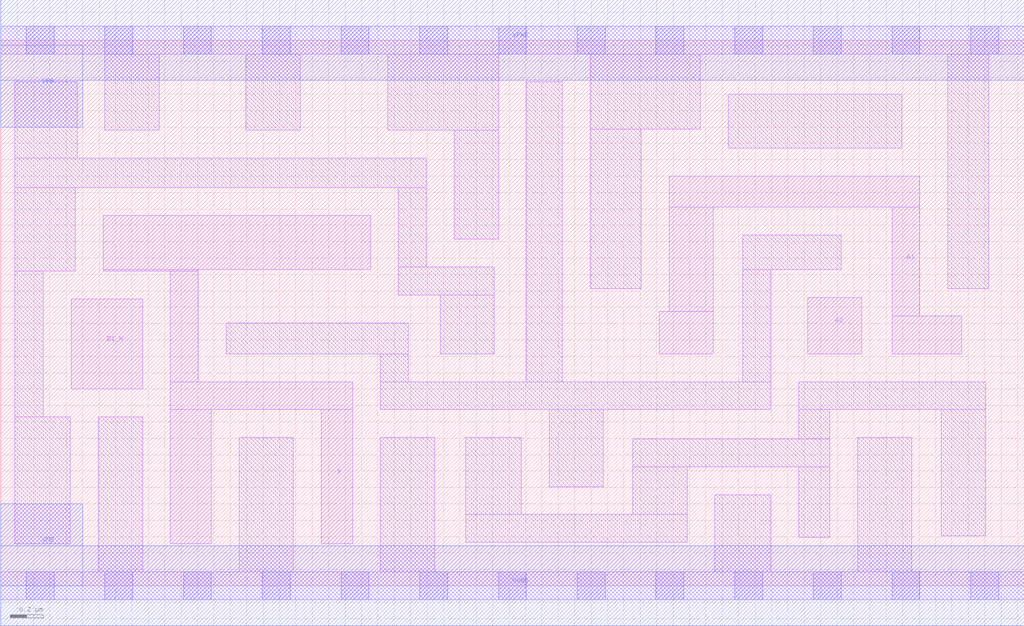
<source format=lef>
# Copyright 2020 The SkyWater PDK Authors
#
# Licensed under the Apache License, Version 2.0 (the "License");
# you may not use this file except in compliance with the License.
# You may obtain a copy of the License at
#
#     https://www.apache.org/licenses/LICENSE-2.0
#
# Unless required by applicable law or agreed to in writing, software
# distributed under the License is distributed on an "AS IS" BASIS,
# WITHOUT WARRANTIES OR CONDITIONS OF ANY KIND, either express or implied.
# See the License for the specific language governing permissions and
# limitations under the License.
#
# SPDX-License-Identifier: Apache-2.0

VERSION 5.5 ;
NAMESCASESENSITIVE ON ;
BUSBITCHARS "[]" ;
DIVIDERCHAR "/" ;
MACRO sky130_fd_sc_lp__o21ba_4
  CLASS CORE ;
  SOURCE USER ;
  ORIGIN  0.000000  0.000000 ;
  SIZE  6.240000 BY  3.330000 ;
  SYMMETRY X Y R90 ;
  SITE unit ;
  PIN A1
    ANTENNAGATEAREA  0.630000 ;
    DIRECTION INPUT ;
    USE SIGNAL ;
    PORT
      LAYER li1 ;
        RECT 4.015000 1.415000 4.345000 1.675000 ;
        RECT 4.075000 1.675000 4.345000 2.310000 ;
        RECT 4.075000 2.310000 5.605000 2.500000 ;
        RECT 5.435000 1.415000 5.860000 1.645000 ;
        RECT 5.435000 1.645000 5.605000 2.310000 ;
    END
  END A1
  PIN A2
    ANTENNAGATEAREA  0.630000 ;
    DIRECTION INPUT ;
    USE SIGNAL ;
    PORT
      LAYER li1 ;
        RECT 4.920000 1.415000 5.250000 1.760000 ;
    END
  END A2
  PIN B1_N
    ANTENNAGATEAREA  0.315000 ;
    DIRECTION INPUT ;
    USE SIGNAL ;
    PORT
      LAYER li1 ;
        RECT 0.430000 1.200000 0.865000 1.750000 ;
    END
  END B1_N
  PIN X
    ANTENNADIFFAREA  1.176000 ;
    DIRECTION OUTPUT ;
    USE SIGNAL ;
    PORT
      LAYER li1 ;
        RECT 0.625000 1.920000 1.205000 1.930000 ;
        RECT 0.625000 1.930000 2.255000 2.260000 ;
        RECT 1.035000 0.255000 1.285000 1.075000 ;
        RECT 1.035000 1.075000 2.145000 1.245000 ;
        RECT 1.035000 1.245000 1.205000 1.920000 ;
        RECT 1.955000 0.255000 2.145000 1.075000 ;
    END
  END X
  PIN VGND
    DIRECTION INOUT ;
    USE GROUND ;
    PORT
      LAYER met1 ;
        RECT 0.000000 -0.245000 6.240000 0.245000 ;
    END
  END VGND
  PIN VNB
    DIRECTION INOUT ;
    USE GROUND ;
    PORT
      LAYER met1 ;
        RECT 0.000000 0.000000 0.500000 0.500000 ;
    END
  END VNB
  PIN VPB
    DIRECTION INOUT ;
    USE POWER ;
    PORT
      LAYER met1 ;
        RECT 0.000000 2.800000 0.500000 3.300000 ;
    END
  END VPB
  PIN VPWR
    DIRECTION INOUT ;
    USE POWER ;
    PORT
      LAYER met1 ;
        RECT 0.000000 3.085000 6.240000 3.575000 ;
    END
  END VPWR
  OBS
    LAYER li1 ;
      RECT 0.000000 -0.085000 6.240000 0.085000 ;
      RECT 0.000000  3.245000 6.240000 3.415000 ;
      RECT 0.085000  0.255000 0.425000 1.030000 ;
      RECT 0.085000  1.030000 0.260000 1.920000 ;
      RECT 0.085000  1.920000 0.455000 2.430000 ;
      RECT 0.085000  2.430000 2.595000 2.610000 ;
      RECT 0.085000  2.610000 0.465000 3.075000 ;
      RECT 0.595000  0.085000 0.865000 1.030000 ;
      RECT 0.635000  2.780000 0.965000 3.245000 ;
      RECT 1.375000  1.415000 2.485000 1.605000 ;
      RECT 1.455000  0.085000 1.785000 0.905000 ;
      RECT 1.495000  2.780000 1.825000 3.245000 ;
      RECT 2.315000  0.085000 2.645000 0.905000 ;
      RECT 2.315000  1.075000 4.695000 1.245000 ;
      RECT 2.315000  1.245000 2.485000 1.415000 ;
      RECT 2.360000  2.780000 3.035000 3.245000 ;
      RECT 2.425000  1.775000 3.010000 1.945000 ;
      RECT 2.425000  1.945000 2.595000 2.430000 ;
      RECT 2.680000  1.415000 3.010000 1.775000 ;
      RECT 2.765000  2.115000 3.035000 2.780000 ;
      RECT 2.835000  0.265000 4.185000 0.435000 ;
      RECT 2.835000  0.435000 3.175000 0.905000 ;
      RECT 3.205000  1.245000 3.425000 3.075000 ;
      RECT 3.345000  0.605000 3.675000 1.075000 ;
      RECT 3.595000  1.815000 3.905000 2.785000 ;
      RECT 3.595000  2.785000 4.265000 3.245000 ;
      RECT 3.855000  0.435000 4.185000 0.725000 ;
      RECT 3.855000  0.725000 5.055000 0.895000 ;
      RECT 4.355000  0.085000 4.695000 0.555000 ;
      RECT 4.435000  2.670000 5.495000 3.000000 ;
      RECT 4.525000  1.245000 4.695000 1.930000 ;
      RECT 4.525000  1.930000 5.125000 2.140000 ;
      RECT 4.865000  0.295000 5.055000 0.725000 ;
      RECT 4.865000  0.895000 5.055000 1.075000 ;
      RECT 4.865000  1.075000 6.005000 1.245000 ;
      RECT 5.225000  0.085000 5.555000 0.905000 ;
      RECT 5.735000  0.305000 6.005000 1.075000 ;
      RECT 5.775000  1.815000 6.025000 3.245000 ;
    LAYER mcon ;
      RECT 0.155000 -0.085000 0.325000 0.085000 ;
      RECT 0.155000  3.245000 0.325000 3.415000 ;
      RECT 0.635000 -0.085000 0.805000 0.085000 ;
      RECT 0.635000  3.245000 0.805000 3.415000 ;
      RECT 1.115000 -0.085000 1.285000 0.085000 ;
      RECT 1.115000  3.245000 1.285000 3.415000 ;
      RECT 1.595000 -0.085000 1.765000 0.085000 ;
      RECT 1.595000  3.245000 1.765000 3.415000 ;
      RECT 2.075000 -0.085000 2.245000 0.085000 ;
      RECT 2.075000  3.245000 2.245000 3.415000 ;
      RECT 2.555000 -0.085000 2.725000 0.085000 ;
      RECT 2.555000  3.245000 2.725000 3.415000 ;
      RECT 3.035000 -0.085000 3.205000 0.085000 ;
      RECT 3.035000  3.245000 3.205000 3.415000 ;
      RECT 3.515000 -0.085000 3.685000 0.085000 ;
      RECT 3.515000  3.245000 3.685000 3.415000 ;
      RECT 3.995000 -0.085000 4.165000 0.085000 ;
      RECT 3.995000  3.245000 4.165000 3.415000 ;
      RECT 4.475000 -0.085000 4.645000 0.085000 ;
      RECT 4.475000  3.245000 4.645000 3.415000 ;
      RECT 4.955000 -0.085000 5.125000 0.085000 ;
      RECT 4.955000  3.245000 5.125000 3.415000 ;
      RECT 5.435000 -0.085000 5.605000 0.085000 ;
      RECT 5.435000  3.245000 5.605000 3.415000 ;
      RECT 5.915000 -0.085000 6.085000 0.085000 ;
      RECT 5.915000  3.245000 6.085000 3.415000 ;
  END
END sky130_fd_sc_lp__o21ba_4

</source>
